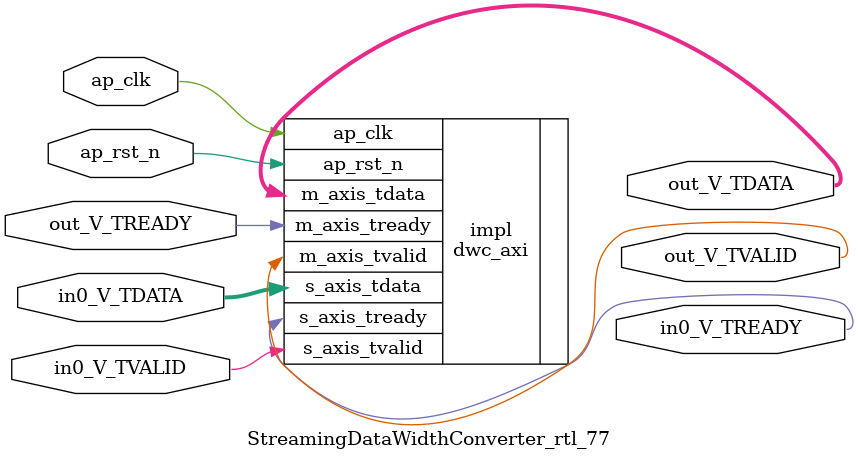
<source format=v>
/******************************************************************************
 * Copyright (C) 2023, Advanced Micro Devices, Inc.
 * All rights reserved.
 *
 * Redistribution and use in source and binary forms, with or without
 * modification, are permitted provided that the following conditions are met:
 *
 *  1. Redistributions of source code must retain the above copyright notice,
 *     this list of conditions and the following disclaimer.
 *
 *  2. Redistributions in binary form must reproduce the above copyright
 *     notice, this list of conditions and the following disclaimer in the
 *     documentation and/or other materials provided with the distribution.
 *
 *  3. Neither the name of the copyright holder nor the names of its
 *     contributors may be used to endorse or promote products derived from
 *     this software without specific prior written permission.
 *
 * THIS SOFTWARE IS PROVIDED BY THE COPYRIGHT HOLDERS AND CONTRIBUTORS "AS IS"
 * AND ANY EXPRESS OR IMPLIED WARRANTIES, INCLUDING, BUT NOT LIMITED TO,
 * THE IMPLIED WARRANTIES OF MERCHANTABILITY AND FITNESS FOR A PARTICULAR
 * PURPOSE ARE DISCLAIMED. IN NO EVENT SHALL THE COPYRIGHT HOLDER OR
 * CONTRIBUTORS BE LIABLE FOR ANY DIRECT, INDIRECT, INCIDENTAL, SPECIAL,
 * EXEMPLARY, OR CONSEQUENTIAL DAMAGES (INCLUDING, BUT NOT LIMITED TO,
 * PROCUREMENT OF SUBSTITUTE GOODS OR SERVICES; LOSS OF USE, DATA, OR PROFITS;
 * OR BUSINESS INTERRUPTION). HOWEVER CAUSED AND ON ANY THEORY OF LIABILITY,
 * WHETHER IN CONTRACT, STRICT LIABILITY, OR TORT (INCLUDING NEGLIGENCE OR
 * OTHERWISE) ARISING IN ANY WAY OUT OF THE USE OF THIS SOFTWARE, EVEN IF
 * ADVISED OF THE POSSIBILITY OF SUCH DAMAGE.
 *****************************************************************************/

module StreamingDataWidthConverter_rtl_77 #(
	parameter  IBITS = 4,
	parameter  OBITS = 200,

	parameter  AXI_IBITS = (IBITS+7)/8 * 8,
	parameter  AXI_OBITS = (OBITS+7)/8 * 8
)(
	//- Global Control ------------------
	(* X_INTERFACE_INFO = "xilinx.com:signal:clock:1.0 ap_clk CLK" *)
	(* X_INTERFACE_PARAMETER = "ASSOCIATED_BUSIF in0_V:out_V, ASSOCIATED_RESET ap_rst_n" *)
	input	ap_clk,
	(* X_INTERFACE_PARAMETER = "POLARITY ACTIVE_LOW" *)
	input	ap_rst_n,

	//- AXI Stream - Input --------------
	output	in0_V_TREADY,
	input	in0_V_TVALID,
	input	[AXI_IBITS-1:0]  in0_V_TDATA,

	//- AXI Stream - Output -------------
	input	out_V_TREADY,
	output	out_V_TVALID,
	output	[AXI_OBITS-1:0]  out_V_TDATA
);

	dwc_axi #(
		.IBITS(IBITS),
		.OBITS(OBITS)
	) impl (
		.ap_clk(ap_clk),
		.ap_rst_n(ap_rst_n),
		.s_axis_tready(in0_V_TREADY),
		.s_axis_tvalid(in0_V_TVALID),
		.s_axis_tdata(in0_V_TDATA),
		.m_axis_tready(out_V_TREADY),
		.m_axis_tvalid(out_V_TVALID),
		.m_axis_tdata(out_V_TDATA)
	);

endmodule

</source>
